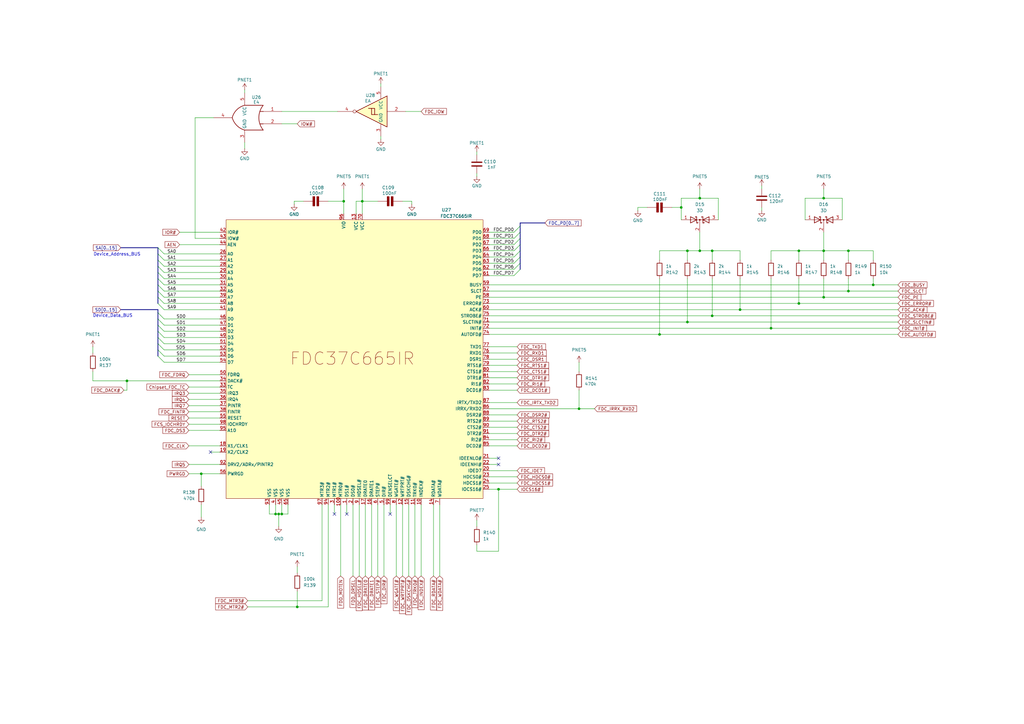
<source format=kicad_sch>
(kicad_sch (version 20250114) (generator "eeschema") (generator_version "9.0")
  (paper "A3")
  (title_block (title "PC110") (company "Recreated by: Ahmad Byagowi"))
  (lib_symbols
    (symbol "74xGxx:74AHC1G14"
      (property "Reference" "U" (at 0 3.81 0))
      (property "Value" "74AHC1G14" (at 0 -3.81 0))
      (symbol "74AHC1G14_0_1"
        (polyline (pts (xy -7.62 6.35) (xy -7.62 -6.35) (xy 5.08 0) (xy -7.62 6.35)) (stroke (width 0.254)) (fill (type background)))
      )
      (symbol "74AHC1G14_1_1"
        (polyline (pts (xy -3.81 -1.27) (xy -1.27 -1.27) (xy -1.27 1.27)) (stroke (width 0.254)))
        (polyline (pts (xy -2.54 -1.27) (xy -2.54 1.27) (xy 0 1.27)) (stroke (width 0.254)))
        (pin input line (at -15.24 0 0) (length 7.62) (name "~") (number "2"))
        (pin no_connect line (at -7.62 5.08 180) (length 5.08) (hide yes) (name "NC") (number "1"))
        (pin power_in line (at -5.08 10.16 270) (length 5.08) (name "VCC") (number "5"))
        (pin power_in line (at -5.08 -10.16 90) (length 5.08) (name "GND") (number "3"))
        (pin output inverted (at 12.7 0 180) (length 7.62) (name "~") (number "4"))
      )
    )
    (symbol "74xGxx:74AHC1G32"
      (property "Reference" "U" (at -2.54 3.81 0))
      (property "Value" "74AHC1G32" (at 0 -3.81 0))
      (symbol "74AHC1G32_0_1"
        (arc (start -7.62 5.08) (mid -5.838 0) (end -7.62 -5.08) (stroke (width 0.254)))
        (polyline (pts (xy -7.62 2.54) (xy -6.35 2.54)) (stroke (width 0.254)) (fill (type background)))
        (polyline (pts (xy -7.62 -2.54) (xy -6.35 -2.54)) (stroke (width 0.254)) (fill (type background)))
        (arc (start 5.08 0) (mid 3.202 -3.202) (end 0 -5.08) (stroke (width 0.254)))
        (arc (start 0 5.08) (mid 3.2271 3.2271) (end 5.08 0) (stroke (width 0.254)))
        (polyline (pts (xy 0 5.08) (xy -7.62 5.08)) (stroke (width 0.254)) (fill (type background)))
        (polyline (pts (xy 0 -5.08) (xy -7.62 -5.08)) (stroke (width 0.254)) (fill (type background)))
      )
      (symbol "74AHC1G32_1_1"
        (pin input line (at -15.24 2.54 0) (length 7.62) (name "~") (number "1"))
        (pin input line (at -15.24 -2.54 0) (length 7.62) (name "~") (number "2"))
        (pin power_in line (at 0 10.16 270) (length 5.08) (name "VCC") (number "5"))
        (pin power_in line (at 0 -10.16 90) (length 5.08) (name "GND") (number "3"))
        (pin output line (at 12.7 0 180) (length 7.62) (name "~") (number "4"))
      )
    )
    (symbol "Device:C" (pin_numbers (hide yes)) (pin_names (offset 0.254))
      (property "Reference" "C" (at 0.635 2.54 0))
      (property "Value" "C" (at 0.635 -2.54 0))
      (symbol "C_0_1"
        (polyline (pts (xy -2.032 0.762) (xy 2.032 0.762)) (stroke (width 0.508)))
        (polyline (pts (xy -2.032 -0.762) (xy 2.032 -0.762)) (stroke (width 0.508)))
      )
      (symbol "C_1_1"
        (pin passive line (at 0 3.81 270) (length 2.794) (name "~") (number "1"))
        (pin passive line (at 0 -3.81 90) (length 2.794) (name "~") (number "2"))
      )
    )
    (symbol "Device:D_Schottky_Dual_CommonCathode_AKA" (pin_names (offset 0.762) (hide yes))
      (property "Reference" "D" (at 1.27 -2.54 0))
      (property "Value" "D_Schottky_Dual_CommonCathode_AKA" (at 0 2.54 0))
      (symbol "D_Schottky_Dual_CommonCathode_AKA_0_1"
        (polyline (pts (xy -3.81 1.27) (xy -1.27 0) (xy -3.81 -1.27) (xy -3.81 1.27) (xy -3.81 1.27) (xy -3.81 1.27)) (stroke (width 0.254)))
        (polyline (pts (xy -1.778 1.016) (xy -1.778 1.27) (xy -1.27 1.27) (xy -1.27 1.27) (xy -1.27 1.27)) (stroke (width 0.254)))
        (polyline (pts (xy -1.27 -1.27) (xy -1.27 1.27) (xy -1.27 1.27)) (stroke (width 0.254)))
        (polyline (pts (xy -1.27 -1.27) (xy -0.762 -1.27) (xy -0.762 -1.016) (xy -0.762 -1.016)) (stroke (width 0.254)))
        (polyline (pts (xy 0 0) (xy 0 -2.54)))
        (circle (center 0 0) (radius 0.254) (fill (type outline)))
        (polyline (pts (xy 1.27 1.27) (xy 0.762 1.27) (xy 0.762 1.016) (xy 0.762 1.016)) (stroke (width 0.254)))
        (polyline (pts (xy 1.27 -1.27) (xy 1.27 1.27) (xy 1.27 1.27)) (stroke (width 0.254)))
        (polyline (pts (xy 1.27 -1.27) (xy 1.778 -1.27) (xy 1.778 -1.016) (xy 1.778 -1.016)) (stroke (width 0.254)))
        (polyline (pts (xy 3.81 0) (xy -3.81 0)))
        (polyline (pts (xy 3.81 -1.27) (xy 1.27 0) (xy 3.81 1.27) (xy 3.81 -1.27) (xy 3.81 -1.27) (xy 3.81 -1.27)) (stroke (width 0.254)))
        (pin passive line (at -7.62 0 0) (length 3.81) (name "A") (number "1"))
        (pin passive line (at 0 -5.08 90) (length 2.54) (name "K") (number "2"))
        (pin passive line (at 7.62 0 180) (length 3.81) (name "A") (number "3"))
      )
    )
    (symbol "Device:R" (pin_numbers (hide yes)) (pin_names (offset 0))
      (property "Reference" "R" (at 2.032 0 90))
      (property "Value" "R" (at 0 0 90))
      (symbol "R_0_1"
        (rectangle (start -1.016 -2.54) (end 1.016 2.54) (stroke (width 0.254)))
      )
      (symbol "R_1_1"
        (pin passive line (at 0 3.81 270) (length 1.27) (name "~") (number "1"))
        (pin passive line (at 0 -3.81 90) (length 1.27) (name "~") (number "2"))
      )
    )
    (symbol "PC110:FDC37C665IR"
      (property "Reference" "U" (at 10.414 -54.864 0))
      (symbol "FDC37C665IR_1_1"
        (rectangle (start -52.07 57.15) (end 53.34 -57.15) (fill (type color) (color 255 255 194 1)))
        (text "FDC37C665IR" (at -0.254 0.254 0) (effects (font (size 5.08 5.08))))
        (pin input line (at -54.61 52.07 0) (length 2.54) (name "IOR#") (number "42"))
        (pin input line (at -54.61 49.53 0) (length 2.54) (name "IOW#") (number "43"))
        (pin input line (at -54.61 46.99 0) (length 2.54) (name "AEN") (number "44"))
        (pin input line (at -54.61 43.18 0) (length 2.54) (name "A0") (number "26"))
        (pin input line (at -54.61 40.64 0) (length 2.54) (name "A1") (number "27"))
        (pin input line (at -54.61 38.1 0) (length 2.54) (name "A2") (number "28"))
        (pin input line (at -54.61 35.56 0) (length 2.54) (name "A3") (number "29"))
        (pin input line (at -54.61 33.02 0) (length 2.54) (name "A4") (number "30"))
        (pin input line (at -54.61 30.48 0) (length 2.54) (name "A5") (number "31"))
        (pin input line (at -54.61 27.94 0) (length 2.54) (name "A6") (number "32"))
        (pin input line (at -54.61 25.4 0) (length 2.54) (name "A7") (number "39"))
        (pin input line (at -54.61 22.86 0) (length 2.54) (name "A8") (number "40"))
        (pin input line (at -54.61 20.32 0) (length 2.54) (name "A9") (number "41"))
        (pin bidirectional line (at -54.61 16.51 0) (length 2.54) (name "D0") (number "46"))
        (pin bidirectional line (at -54.61 13.97 0) (length 2.54) (name "D1") (number "47"))
        (pin bidirectional line (at -54.61 11.43 0) (length 2.54) (name "D2") (number "48"))
        (pin bidirectional line (at -54.61 8.89 0) (length 2.54) (name "D3") (number "49"))
        (pin bidirectional line (at -54.61 6.35 0) (length 2.54) (name "D4") (number "51"))
        (pin bidirectional line (at -54.61 3.81 0) (length 2.54) (name "D5") (number "52"))
        (pin bidirectional line (at -54.61 1.27 0) (length 2.54) (name "D6") (number "53"))
        (pin bidirectional line (at -54.61 -1.27 0) (length 2.54) (name "D7") (number "54"))
        (pin output line (at -54.61 -6.35 0) (length 2.54) (name "FDRQ") (number "50"))
        (pin input line (at -54.61 -8.89 0) (length 2.54) (name "DACK#") (number "34"))
        (pin input line (at -54.61 -11.43 0) (length 2.54) (name "TC") (number "33"))
        (pin input line (at -54.61 -13.97 0) (length 2.54) (name "IRQ3") (number "35"))
        (pin input line (at -54.61 -16.51 0) (length 2.54) (name "IRQ4") (number "36"))
        (pin input line (at -54.61 -19.05 0) (length 2.54) (name "PINTR") (number "37"))
        (pin output line (at -54.61 -21.59 0) (length 2.54) (name "FINTR") (number "38"))
        (pin input line (at -54.61 -24.13 0) (length 2.54) (name "RESET") (number "55"))
        (pin input line (at -54.61 -26.67 0) (length 2.54) (name "IOCHRDY") (number "98"))
        (pin input line (at -54.61 -29.21 0) (length 2.54) (name "A10") (number "95"))
        (pin input line (at -54.61 -35.56 0) (length 2.54) (name "X1/CLK1") (number "18"))
        (pin output line (at -54.61 -38.1 0) (length 2.54) (name "X2/CLK2") (number "19"))
        (pin bidirectional line (at -54.61 -43.18 0) (length 2.54) (name "DRV2/ADRx/PINTR2") (number "92"))
        (pin input line (at -54.61 -46.99 0) (length 2.54) (name "PWRGD") (number "56"))
        (pin power_in line (at -34.29 -59.69 90) (length 2.54) (name "VSS") (number "93"))
        (pin power_in line (at -31.75 -59.69 90) (length 2.54) (name "VSS") (number "4"))
        (pin power_in line (at -29.21 -59.69 90) (length 2.54) (name "VSS") (number "45"))
        (pin power_in line (at -26.67 -59.69 90) (length 2.54) (name "VSS") (number "65"))
        (pin output line (at -12.7 -59.69 90) (length 2.54) (name "MTR3#") (number "97"))
        (pin output line (at -10.16 -59.69 90) (length 2.54) (name "MTR2#") (number "94"))
        (pin output line (at -7.62 -59.69 90) (length 2.54) (name "MTR1#") (number "3"))
        (pin output line (at -5.08 -59.69 90) (length 2.54) (name "MTR0#") (number "100"))
        (pin power_in line (at -3.81 59.69 270) (length 2.54) (name "VIO") (number "96"))
        (pin output line (at -2.54 -59.69 90) (length 2.54) (name "DS1#") (number "1"))
        (pin output line (at 0 -59.69 90) (length 2.54) (name "DS0#") (number "2"))
        (pin power_in line (at 1.27 59.69 270) (length 2.54) (name "VCC") (number "13"))
        (pin output line (at 2.54 -59.69 90) (length 2.54) (name "HDSEL#") (number "9"))
        (pin power_in line (at 3.81 59.69 270) (length 2.54) (name "VCC") (number "70"))
        (pin output line (at 5.08 -59.69 90) (length 2.54) (name "DRATE0") (number "17"))
        (pin output line (at 7.62 -59.69 90) (length 2.54) (name "DRATE1") (number "16"))
        (pin output line (at 10.16 -59.69 90) (length 2.54) (name "STEP#") (number "6"))
        (pin output line (at 12.7 -59.69 90) (length 2.54) (name "DIR#") (number "5"))
        (pin output line (at 15.24 -59.69 90) (length 2.54) (name "DENSELCT") (number "99"))
        (pin output line (at 17.78 -59.69 90) (length 2.54) (name "WGATE#") (number "8"))
        (pin input line (at 20.32 -59.69 90) (length 2.54) (name "WRTPRT#") (number "12"))
        (pin input line (at 22.86 -59.69 90) (length 2.54) (name "DSKCHG#") (number "15"))
        (pin input line (at 25.4 -59.69 90) (length 2.54) (name "TRK0#") (number "11"))
        (pin input line (at 27.94 -59.69 90) (length 2.54) (name "INDEX#") (number "10"))
        (pin input line (at 33.02 -59.69 90) (length 2.54) (name "RDATA#") (number "14"))
        (pin output line (at 35.56 -59.69 90) (length 2.54) (name "WDATA#") (number "7"))
        (pin bidirectional line (at 55.88 52.07 180) (length 2.54) (name "PD0") (number "69"))
        (pin bidirectional line (at 55.88 49.53 180) (length 2.54) (name "PD1") (number "68"))
        (pin bidirectional line (at 55.88 46.99 180) (length 2.54) (name "PD2") (number "67"))
        (pin bidirectional line (at 55.88 44.45 180) (length 2.54) (name "PD3") (number "66"))
        (pin bidirectional line (at 55.88 41.91 180) (length 2.54) (name "PD4") (number "64"))
        (pin bidirectional line (at 55.88 39.37 180) (length 2.54) (name "PD5") (number "63"))
        (pin bidirectional line (at 55.88 36.83 180) (length 2.54) (name "PD6") (number "62"))
        (pin bidirectional line (at 55.88 34.29 180) (length 2.54) (name "PD7") (number "61"))
        (pin input line (at 55.88 30.48 180) (length 2.54) (name "BUSY") (number "59"))
        (pin input line (at 55.88 27.94 180) (length 2.54) (name "SLCT") (number "57"))
        (pin input line (at 55.88 25.4 180) (length 2.54) (name "PE") (number "58"))
        (pin input line (at 55.88 22.86 180) (length 2.54) (name "ERROR#") (number "73"))
        (pin input line (at 55.88 20.32 180) (length 2.54) (name "ACK#") (number "60"))
        (pin output line (at 55.88 17.78 180) (length 2.54) (name "STROBE#") (number "75"))
        (pin output line (at 55.88 15.24 180) (length 2.54) (name "SLCTIN#") (number "71"))
        (pin output line (at 55.88 12.7 180) (length 2.54) (name "INIT#") (number "72"))
        (pin output line (at 55.88 10.16 180) (length 2.54) (name "AUTOFD#") (number "74"))
        (pin output line (at 55.88 5.08 180) (length 2.54) (name "TXD1") (number "77"))
        (pin input line (at 55.88 2.54 180) (length 2.54) (name "RXD1") (number "76"))
        (pin input line (at 55.88 0 180) (length 2.54) (name "DSR1") (number "78"))
        (pin output line (at 55.88 -2.54 180) (length 2.54) (name "RTS1#") (number "79"))
        (pin input line (at 55.88 -5.08 180) (length 2.54) (name "CTS1#") (number "80"))
        (pin output line (at 55.88 -7.62 180) (length 2.54) (name "DTR1#") (number "81"))
        (pin input line (at 55.88 -10.16 180) (length 2.54) (name "RI1#") (number "82"))
        (pin input line (at 55.88 -12.7 180) (length 2.54) (name "DCD1#") (number "83"))
        (pin output line (at 55.88 -17.78 180) (length 2.54) (name "IRTX/TXD2") (number "87"))
        (pin input line (at 55.88 -20.32 180) (length 2.54) (name "IRRX/RXD2") (number "86"))
        (pin input line (at 55.88 -22.86 180) (length 2.54) (name "DSR2#") (number "88"))
        (pin output line (at 55.88 -25.4 180) (length 2.54) (name "RTS2#") (number "89"))
        (pin input line (at 55.88 -27.94 180) (length 2.54) (name "CTS2#") (number "90"))
        (pin output line (at 55.88 -30.48 180) (length 2.54) (name "DTR2#") (number "91"))
        (pin input line (at 55.88 -33.02 180) (length 2.54) (name "RI2#") (number "84"))
        (pin input line (at 55.88 -35.56 180) (length 2.54) (name "DCD2#") (number "85"))
        (pin output line (at 55.88 -40.64 180) (length 2.54) (name "IDEENLO#") (number "21"))
        (pin output line (at 55.88 -43.18 180) (length 2.54) (name "IDEENHI#") (number "22"))
        (pin bidirectional line (at 55.88 -45.72 180) (length 2.54) (name "IDED7") (number "20"))
        (pin output line (at 55.88 -48.26 180) (length 2.54) (name "HDCS0#") (number "23"))
        (pin output line (at 55.88 -50.8 180) (length 2.54) (name "HDCS1#") (number "24"))
        (pin input line (at 55.88 -53.34 180) (length 2.54) (name "IOCS16#") (number "25"))
      )
    )
    (symbol "PCM_Elektuur:C" (pin_numbers (hide yes)) (pin_names (offset 0) (hide yes))
      (property "Reference" "C" (at 0.635 3.175 0))
      (property "Value" "C" (at 0.635 -3.175 0))
      (symbol "C_1_1"
        (rectangle (start -1.905 1.1938) (end 1.905 0.4318) (stroke (width 0.254)) (fill (type outline)))
        (rectangle (start -1.905 -0.4318) (end 1.905 -1.1938) (stroke (width 0.254)) (fill (type outline)))
        (pin passive line (at 0 5.08 270) (length 3.8862) (name "+") (number "1"))
        (pin passive line (at 0 -5.08 90) (length 3.8862) (name "-") (number "2"))
      )
      (symbol "C_1_2"
        (polyline (pts (xy -1.905 0.4318) (xy 1.905 0.4318) (xy 1.905 1.4986) (xy -1.905 1.4986) (xy -1.905 0.4318) (xy -1.8034 0.5334) (xy -1.8034 1.397) (xy 1.8034 1.397) (xy 1.8034 0.5334) (xy -1.8034 0.5334) (xy -1.905 0.4318)) (stroke (width 0.254)) (fill (type outline)))
        (polyline (pts (xy -1.905 -1.4986) (xy 1.905 -1.4986) (xy 1.905 -0.4318) (xy -1.905 -0.4318) (xy -1.905 -1.4986) (xy -1.8034 -1.397) (xy -1.8034 -0.5334) (xy 1.8034 -0.5334) (xy 1.8034 -1.397) (xy -1.8034 -1.397) (xy -1.905 -1.4986)) (stroke (width 0.254)) (fill (type outline)))
        (pin passive line (at 0 5.08 270) (length 3.5814) (name "+") (number "1"))
        (pin passive line (at 0 -5.08 90) (length 3.5814) (name "-") (number "2"))
      )
    )
    (symbol "power:GND" (power) (pin_numbers (hide yes)) (pin_names (offset 0) (hide yes))
      (property "Value" "GND" (at 0 -3.81 0))
      (symbol "GND_0_1"
        (polyline (pts (xy 0 0) (xy 0 -1.27) (xy 1.27 -1.27) (xy 0 -2.54) (xy -1.27 -1.27) (xy 0 -1.27)))
      )
      (symbol "GND_1_1"
        (pin power_in line (at 0 0 270) (length 0) (name "~") (number "1"))
      )
    )
    (symbol "power:VCC" (power) (pin_numbers (hide yes)) (pin_names (offset 0) (hide yes))
      (property "Value" "VCC" (at 0 3.556 0))
      (symbol "VCC_0_1"
        (polyline (pts (xy -0.762 1.27) (xy 0 2.54)))
        (polyline (pts (xy 0 2.54) (xy 0.762 1.27)))
        (polyline (pts (xy 0 0) (xy 0 2.54)))
      )
      (symbol "VCC_1_1"
        (pin power_in line (at 0 0 90) (length 0) (name "~") (number "1"))
      )
    )
  )
  (text "Device_Address_BUS" (at 48.006 104.394 0) (effects (font (size 1.27 1.27))))
  (text "Device_Data_BUS" (at 46.228 129.54 0) (effects (font (size 1.27 1.27))))
  (junction (at 115.57 210.82))
  (junction (at 327.66 102.87))
  (junction (at 347.98 102.87))
  (junction (at 281.94 132.08))
  (junction (at 316.23 134.62))
  (junction (at 287.02 81.28))
  (junction (at 82.55 194.31))
  (junction (at 204.47 200.66))
  (junction (at 292.1 129.54))
  (junction (at 292.1 102.87))
  (junction (at 337.82 121.92))
  (junction (at 327.66 124.46))
  (junction (at 114.3 210.82))
  (junction (at 237.49 167.64))
  (junction (at 148.59 82.55))
  (junction (at 337.82 102.87))
  (junction (at 52.07 156.21))
  (junction (at 287.02 102.87))
  (junction (at 121.92 248.92))
  (junction (at 113.03 210.82))
  (junction (at 303.53 127))
  (junction (at 140.97 82.55))
  (junction (at 281.94 102.87))
  (junction (at 279.4 85.09))
  (junction (at 337.82 81.28))
  (junction (at 347.98 119.38))
  (junction (at 358.14 116.84))
  (junction (at 270.51 137.16))
  (no_connect (at 86.36 185.42))
  (no_connect (at 204.47 190.5))
  (no_connect (at 142.24 210.82))
  (no_connect (at 137.16 210.82))
  (no_connect (at 204.47 187.96))
  (no_connect (at 160.02 210.82))
  (bus_entry (at 64.77 135.89) (size 2.54 2.54))
  (bus_entry (at 64.77 101.6) (size 2.54 2.54))
  (bus_entry (at 210.82 100.33) (size 2.54 -2.54))
  (bus_entry (at 64.77 124.46) (size 2.54 2.54))
  (bus_entry (at 64.77 106.68) (size 2.54 2.54))
  (bus_entry (at 64.77 140.97) (size 2.54 2.54))
  (bus_entry (at 64.77 116.84) (size 2.54 2.54))
  (bus_entry (at 210.82 95.25) (size 2.54 -2.54))
  (bus_entry (at 64.77 121.92) (size 2.54 2.54))
  (bus_entry (at 210.82 110.49) (size 2.54 -2.54))
  (bus_entry (at 210.82 105.41) (size 2.54 -2.54))
  (bus_entry (at 64.77 138.43) (size 2.54 2.54))
  (bus_entry (at 64.77 143.51) (size 2.54 2.54))
  (bus_entry (at 64.77 114.3) (size 2.54 2.54))
  (bus_entry (at 210.82 97.79) (size 2.54 -2.54))
  (bus_entry (at 64.77 133.35) (size 2.54 2.54))
  (bus_entry (at 64.77 104.14) (size 2.54 2.54))
  (bus_entry (at 64.77 146.05) (size 2.54 2.54))
  (bus_entry (at 64.77 119.38) (size 2.54 2.54))
  (bus_entry (at 64.77 109.22) (size 2.54 2.54))
  (bus_entry (at 210.82 113.03) (size 2.54 -2.54))
  (bus_entry (at 64.77 130.81) (size 2.54 2.54))
  (bus_entry (at 210.82 107.95) (size 2.54 -2.54))
  (bus_entry (at 210.82 102.87) (size 2.54 -2.54))
  (bus_entry (at 64.77 111.76) (size 2.54 2.54))
  (bus_entry (at 64.77 128.27) (size 2.54 2.54))
  (wire (pts (xy 237.49 160.02) (xy 237.49 167.64)))
  (wire (pts (xy 200.66 177.8) (xy 212.09 177.8)))
  (bus (pts (xy 64.77 135.89) (xy 64.77 138.43)))
  (wire (pts (xy 200.66 116.84) (xy 358.14 116.84)))
  (wire (pts (xy 100.33 60.96) (xy 100.33 58.42)))
  (wire (pts (xy 200.66 180.34) (xy 212.09 180.34)))
  (wire (pts (xy 358.14 102.87) (xy 358.14 106.68)))
  (wire (pts (xy 200.66 193.04) (xy 212.09 193.04)))
  (bus (pts (xy 64.77 128.27) (xy 64.77 130.81)))
  (wire (pts (xy 200.66 198.12) (xy 212.09 198.12)))
  (bus (pts (xy 64.77 114.3) (xy 64.77 111.76)))
  (bus (pts (xy 64.77 124.46) (xy 64.77 121.92)))
  (wire (pts (xy 168.91 83.82) (xy 168.91 82.55)))
  (wire (pts (xy 200.66 154.94) (xy 212.09 154.94)))
  (wire (pts (xy 77.47 161.29) (xy 90.17 161.29)))
  (wire (pts (xy 200.66 190.5) (xy 204.47 190.5)))
  (wire (pts (xy 121.92 242.57) (xy 121.92 248.92)))
  (wire (pts (xy 67.31 106.68) (xy 90.17 106.68)))
  (wire (pts (xy 67.31 109.22) (xy 90.17 109.22)))
  (wire (pts (xy 294.64 81.28) (xy 287.02 81.28)))
  (wire (pts (xy 67.31 138.43) (xy 90.17 138.43)))
  (wire (pts (xy 330.2 81.28) (xy 330.2 90.17)))
  (wire (pts (xy 77.47 190.5) (xy 90.17 190.5)))
  (bus (pts (xy 64.77 111.76) (xy 64.77 109.22)))
  (wire (pts (xy 147.32 207.01) (xy 147.32 236.22)))
  (wire (pts (xy 67.31 114.3) (xy 90.17 114.3)))
  (bus (pts (xy 64.77 121.92) (xy 64.77 119.38)))
  (bus (pts (xy 64.77 138.43) (xy 64.77 140.97)))
  (wire (pts (xy 110.49 210.82) (xy 110.49 207.01)))
  (wire (pts (xy 287.02 95.25) (xy 287.02 102.87)))
  (wire (pts (xy 67.31 130.81) (xy 90.17 130.81)))
  (wire (pts (xy 337.82 121.92) (xy 368.3 121.92)))
  (wire (pts (xy 200.66 175.26) (xy 212.09 175.26)))
  (wire (pts (xy 114.3 210.82) (xy 114.3 215.9)))
  (wire (pts (xy 77.47 173.99) (xy 90.17 173.99)))
  (wire (pts (xy 77.47 171.45) (xy 90.17 171.45)))
  (bus (pts (xy 64.77 140.97) (xy 64.77 143.51)))
  (wire (pts (xy 200.66 142.24) (xy 212.09 142.24)))
  (wire (pts (xy 337.82 81.28) (xy 330.2 81.28)))
  (wire (pts (xy 303.53 114.3) (xy 303.53 127)))
  (wire (pts (xy 261.62 86.36) (xy 261.62 85.09)))
  (wire (pts (xy 118.11 210.82) (xy 115.57 210.82)))
  (wire (pts (xy 132.08 207.01) (xy 132.08 246.38)))
  (wire (pts (xy 200.66 100.33) (xy 210.82 100.33)))
  (wire (pts (xy 67.31 124.46) (xy 90.17 124.46)))
  (wire (pts (xy 279.4 85.09) (xy 279.4 90.17)))
  (wire (pts (xy 167.64 207.01) (xy 167.64 236.22)))
  (wire (pts (xy 237.49 167.64) (xy 243.84 167.64)))
  (wire (pts (xy 316.23 102.87) (xy 327.66 102.87)))
  (wire (pts (xy 200.66 147.32) (xy 212.09 147.32)))
  (wire (pts (xy 292.1 114.3) (xy 292.1 129.54)))
  (wire (pts (xy 120.65 83.82) (xy 120.65 82.55)))
  (wire (pts (xy 337.82 77.47) (xy 337.82 81.28)))
  (wire (pts (xy 148.59 77.47) (xy 148.59 82.55)))
  (wire (pts (xy 67.31 116.84) (xy 90.17 116.84)))
  (wire (pts (xy 115.57 50.8) (xy 121.92 50.8)))
  (wire (pts (xy 347.98 114.3) (xy 347.98 119.38)))
  (wire (pts (xy 345.44 90.17) (xy 345.44 81.28)))
  (bus (pts (xy 213.36 102.87) (xy 213.36 100.33)))
  (wire (pts (xy 77.47 194.31) (xy 82.55 194.31)))
  (wire (pts (xy 261.62 85.09) (xy 265.43 85.09)))
  (wire (pts (xy 67.31 143.51) (xy 90.17 143.51)))
  (wire (pts (xy 337.82 102.87) (xy 347.98 102.87)))
  (wire (pts (xy 200.66 167.64) (xy 237.49 167.64)))
  (wire (pts (xy 140.97 77.47) (xy 140.97 82.55)))
  (bus (pts (xy 213.36 92.71) (xy 213.36 91.44)))
  (wire (pts (xy 281.94 114.3) (xy 281.94 132.08)))
  (wire (pts (xy 142.24 207.01) (xy 142.24 210.82)))
  (wire (pts (xy 67.31 104.14) (xy 90.17 104.14)))
  (wire (pts (xy 200.66 172.72) (xy 212.09 172.72)))
  (wire (pts (xy 166.37 45.72) (xy 172.72 45.72)))
  (wire (pts (xy 347.98 119.38) (xy 368.3 119.38)))
  (wire (pts (xy 200.66 97.79) (xy 210.82 97.79)))
  (bus (pts (xy 64.77 109.22) (xy 64.77 106.68)))
  (wire (pts (xy 200.66 134.62) (xy 316.23 134.62)))
  (wire (pts (xy 200.66 124.46) (xy 327.66 124.46)))
  (wire (pts (xy 358.14 114.3) (xy 358.14 116.84)))
  (wire (pts (xy 287.02 81.28) (xy 279.4 81.28)))
  (wire (pts (xy 101.6 246.38) (xy 132.08 246.38)))
  (bus (pts (xy 213.36 91.44) (xy 223.52 91.44)))
  (wire (pts (xy 327.66 102.87) (xy 327.66 106.68)))
  (wire (pts (xy 38.1 142.24) (xy 38.1 144.78)))
  (wire (pts (xy 270.51 102.87) (xy 281.94 102.87)))
  (wire (pts (xy 200.66 129.54) (xy 292.1 129.54)))
  (bus (pts (xy 64.77 127) (xy 64.77 128.27)))
  (wire (pts (xy 134.62 207.01) (xy 134.62 248.92)))
  (wire (pts (xy 281.94 102.87) (xy 281.94 106.68)))
  (wire (pts (xy 67.31 121.92) (xy 90.17 121.92)))
  (wire (pts (xy 77.47 163.83) (xy 90.17 163.83)))
  (wire (pts (xy 200.66 170.18) (xy 212.09 170.18)))
  (wire (pts (xy 200.66 95.25) (xy 210.82 95.25)))
  (wire (pts (xy 156.21 57.15) (xy 156.21 55.88)))
  (wire (pts (xy 50.8 160.02) (xy 52.07 160.02)))
  (wire (pts (xy 38.1 156.21) (xy 52.07 156.21)))
  (wire (pts (xy 195.58 62.23) (xy 195.58 63.5)))
  (wire (pts (xy 67.31 135.89) (xy 90.17 135.89)))
  (wire (pts (xy 67.31 140.97) (xy 90.17 140.97)))
  (wire (pts (xy 67.31 146.05) (xy 90.17 146.05)))
  (bus (pts (xy 64.77 143.51) (xy 64.77 146.05)))
  (wire (pts (xy 149.86 207.01) (xy 149.86 236.22)))
  (bus (pts (xy 64.77 130.81) (xy 64.77 133.35)))
  (wire (pts (xy 316.23 106.68) (xy 316.23 102.87)))
  (wire (pts (xy 156.21 34.29) (xy 156.21 35.56)))
  (wire (pts (xy 200.66 110.49) (xy 210.82 110.49)))
  (bus (pts (xy 213.36 107.95) (xy 213.36 105.41)))
  (wire (pts (xy 270.51 106.68) (xy 270.51 102.87)))
  (wire (pts (xy 115.57 210.82) (xy 114.3 210.82)))
  (wire (pts (xy 200.66 127) (xy 303.53 127)))
  (wire (pts (xy 237.49 148.59) (xy 237.49 152.4)))
  (wire (pts (xy 82.55 194.31) (xy 82.55 199.39)))
  (bus (pts (xy 64.77 116.84) (xy 64.77 114.3)))
  (wire (pts (xy 345.44 81.28) (xy 337.82 81.28)))
  (wire (pts (xy 118.11 207.01) (xy 118.11 210.82)))
  (wire (pts (xy 200.66 152.4) (xy 212.09 152.4)))
  (wire (pts (xy 270.51 114.3) (xy 270.51 137.16)))
  (wire (pts (xy 195.58 72.39) (xy 195.58 71.12)))
  (wire (pts (xy 140.97 82.55) (xy 140.97 87.63)))
  (wire (pts (xy 67.31 127) (xy 90.17 127)))
  (wire (pts (xy 200.66 200.66) (xy 204.47 200.66)))
  (wire (pts (xy 200.66 132.08) (xy 281.94 132.08)))
  (wire (pts (xy 77.47 158.75) (xy 90.17 158.75)))
  (wire (pts (xy 200.66 102.87) (xy 210.82 102.87)))
  (wire (pts (xy 38.1 152.4) (xy 38.1 156.21)))
  (wire (pts (xy 160.02 207.01) (xy 160.02 210.82)))
  (wire (pts (xy 327.66 124.46) (xy 368.3 124.46)))
  (wire (pts (xy 200.66 137.16) (xy 270.51 137.16)))
  (wire (pts (xy 73.66 95.25) (xy 90.17 95.25)))
  (wire (pts (xy 204.47 200.66) (xy 212.09 200.66)))
  (wire (pts (xy 82.55 212.09) (xy 82.55 207.01)))
  (wire (pts (xy 148.59 82.55) (xy 154.94 82.55)))
  (wire (pts (xy 337.82 114.3) (xy 337.82 121.92)))
  (wire (pts (xy 200.66 121.92) (xy 337.82 121.92)))
  (wire (pts (xy 200.66 195.58) (xy 212.09 195.58)))
  (wire (pts (xy 80.01 48.26) (xy 87.63 48.26)))
  (wire (pts (xy 200.66 105.41) (xy 210.82 105.41)))
  (wire (pts (xy 77.47 153.67) (xy 90.17 153.67)))
  (wire (pts (xy 80.01 97.79) (xy 90.17 97.79)))
  (wire (pts (xy 281.94 132.08) (xy 368.3 132.08)))
  (bus (pts (xy 64.77 133.35) (xy 64.77 135.89)))
  (wire (pts (xy 120.65 82.55) (xy 124.46 82.55)))
  (wire (pts (xy 347.98 102.87) (xy 347.98 106.68)))
  (wire (pts (xy 77.47 166.37) (xy 90.17 166.37)))
  (wire (pts (xy 101.6 248.92) (xy 121.92 248.92)))
  (bus (pts (xy 213.36 110.49) (xy 213.36 107.95)))
  (wire (pts (xy 86.36 185.42) (xy 90.17 185.42)))
  (wire (pts (xy 316.23 114.3) (xy 316.23 134.62)))
  (bus (pts (xy 213.36 105.41) (xy 213.36 102.87)))
  (wire (pts (xy 316.23 134.62) (xy 368.3 134.62)))
  (wire (pts (xy 292.1 102.87) (xy 292.1 106.68)))
  (bus (pts (xy 213.36 95.25) (xy 213.36 92.71)))
  (wire (pts (xy 200.66 182.88) (xy 212.09 182.88)))
  (wire (pts (xy 200.66 107.95) (xy 210.82 107.95)))
  (bus (pts (xy 64.77 104.14) (xy 64.77 101.6)))
  (bus (pts (xy 213.36 97.79) (xy 213.36 95.25)))
  (wire (pts (xy 152.4 207.01) (xy 152.4 236.22)))
  (wire (pts (xy 327.66 102.87) (xy 337.82 102.87)))
  (wire (pts (xy 115.57 45.72) (xy 138.43 45.72)))
  (wire (pts (xy 162.56 207.01) (xy 162.56 236.22)))
  (wire (pts (xy 172.72 207.01) (xy 172.72 236.22)))
  (wire (pts (xy 347.98 102.87) (xy 358.14 102.87)))
  (wire (pts (xy 200.66 160.02) (xy 212.09 160.02)))
  (wire (pts (xy 281.94 102.87) (xy 287.02 102.87)))
  (wire (pts (xy 292.1 102.87) (xy 303.53 102.87)))
  (wire (pts (xy 73.66 100.33) (xy 90.17 100.33)))
  (wire (pts (xy 67.31 133.35) (xy 90.17 133.35)))
  (wire (pts (xy 80.01 48.26) (xy 80.01 97.79)))
  (bus (pts (xy 213.36 100.33) (xy 213.36 97.79)))
  (wire (pts (xy 170.18 207.01) (xy 170.18 236.22)))
  (wire (pts (xy 121.92 232.41) (xy 121.92 234.95)))
  (wire (pts (xy 137.16 207.01) (xy 137.16 210.82)))
  (wire (pts (xy 200.66 157.48) (xy 212.09 157.48)))
  (wire (pts (xy 287.02 102.87) (xy 292.1 102.87)))
  (wire (pts (xy 195.58 226.06) (xy 204.47 226.06)))
  (wire (pts (xy 67.31 148.59) (xy 90.17 148.59)))
  (wire (pts (xy 337.82 102.87) (xy 337.82 106.68)))
  (wire (pts (xy 114.3 210.82) (xy 113.03 210.82)))
  (wire (pts (xy 312.42 86.36) (xy 312.42 85.09)))
  (wire (pts (xy 52.07 156.21) (xy 90.17 156.21)))
  (wire (pts (xy 195.58 223.52) (xy 195.58 226.06)))
  (bus (pts (xy 49.53 101.6) (xy 64.77 101.6)))
  (wire (pts (xy 77.47 176.53) (xy 90.17 176.53)))
  (wire (pts (xy 270.51 137.16) (xy 368.3 137.16)))
  (wire (pts (xy 200.66 165.1) (xy 212.09 165.1)))
  (wire (pts (xy 157.48 207.01) (xy 157.48 236.22)))
  (wire (pts (xy 134.62 82.55) (xy 140.97 82.55)))
  (wire (pts (xy 294.64 90.17) (xy 294.64 81.28)))
  (wire (pts (xy 144.78 207.01) (xy 144.78 236.22)))
  (wire (pts (xy 146.05 82.55) (xy 148.59 82.55)))
  (wire (pts (xy 52.07 160.02) (xy 52.07 156.21)))
  (wire (pts (xy 146.05 87.63) (xy 146.05 82.55)))
  (wire (pts (xy 67.31 119.38) (xy 90.17 119.38)))
  (wire (pts (xy 200.66 187.96) (xy 204.47 187.96)))
  (wire (pts (xy 148.59 82.55) (xy 148.59 87.63)))
  (wire (pts (xy 275.59 85.09) (xy 279.4 85.09)))
  (wire (pts (xy 292.1 129.54) (xy 368.3 129.54)))
  (wire (pts (xy 312.42 76.2) (xy 312.42 77.47)))
  (wire (pts (xy 139.7 207.01) (xy 139.7 236.22)))
  (wire (pts (xy 165.1 82.55) (xy 168.91 82.55)))
  (wire (pts (xy 77.47 168.91) (xy 90.17 168.91)))
  (wire (pts (xy 165.1 207.01) (xy 165.1 236.22)))
  (wire (pts (xy 113.03 210.82) (xy 110.49 210.82)))
  (wire (pts (xy 200.66 144.78) (xy 212.09 144.78)))
  (bus (pts (xy 64.77 119.38) (xy 64.77 116.84)))
  (wire (pts (xy 200.66 113.03) (xy 210.82 113.03)))
  (wire (pts (xy 100.33 36.83) (xy 100.33 38.1)))
  (bus (pts (xy 64.77 106.68) (xy 64.77 104.14)))
  (wire (pts (xy 154.94 207.01) (xy 154.94 236.22)))
  (wire (pts (xy 279.4 81.28) (xy 279.4 85.09)))
  (wire (pts (xy 180.34 207.01) (xy 180.34 236.22)))
  (wire (pts (xy 204.47 226.06) (xy 204.47 200.66)))
  (wire (pts (xy 121.92 248.92) (xy 134.62 248.92)))
  (wire (pts (xy 337.82 95.25) (xy 337.82 102.87)))
  (wire (pts (xy 177.8 207.01) (xy 177.8 236.22)))
  (wire (pts (xy 200.66 119.38) (xy 347.98 119.38)))
  (wire (pts (xy 82.55 194.31) (xy 90.17 194.31)))
  (wire (pts (xy 195.58 213.36) (xy 195.58 215.9)))
  (wire (pts (xy 303.53 102.87) (xy 303.53 106.68)))
  (wire (pts (xy 115.57 207.01) (xy 115.57 210.82)))
  (wire (pts (xy 358.14 116.84) (xy 368.3 116.84)))
  (wire (pts (xy 200.66 149.86) (xy 212.09 149.86)))
  (bus (pts (xy 49.53 127) (xy 64.77 127)))
  (wire (pts (xy 287.02 77.47) (xy 287.02 81.28)))
  (wire (pts (xy 303.53 127) (xy 368.3 127)))
  (wire (pts (xy 113.03 207.01) (xy 113.03 210.82)))
  (wire (pts (xy 67.31 111.76) (xy 90.17 111.76)))
  (wire (pts (xy 77.47 182.88) (xy 90.17 182.88)))
  (wire (pts (xy 327.66 114.3) (xy 327.66 124.46)))
  (label "FDC_PD1" (at 210.82 97.79 180))
  (label "SA8" (at 68.58 124.46 0))
  (label "SD2" (at 76.2 135.89 180))
  (label "SD0" (at 76.2 130.81 180))
  (label "SA4" (at 68.58 114.3 0))
  (label "FDC_PD4" (at 210.82 105.41 180))
  (label "FDC_PD6" (at 210.82 110.49 180))
  (label "SD7" (at 76.2 148.59 180))
  (label "SD4" (at 76.2 140.97 180))
  (label "FDC_PD3" (at 210.82 102.87 180))
  (label "SD5" (at 76.0351 143.51 180))
  (label "SD1" (at 76.2 133.35 180))
  (label "SD3" (at 76.2 138.43 180))
  (label "SA3" (at 68.58 111.76 0))
  (label "FDC_PD7" (at 210.82 113.03 180))
  (label "SA9" (at 68.58 127 0))
  (label "SA2" (at 68.58 109.22 0))
  (label "FDC_PD5" (at 210.82 107.95 180))
  (label "SD6" (at 76.2 146.05 180))
  (label "SA0" (at 68.58 104.14 0))
  (label "FDC_PD2" (at 210.82 100.33 180))
  (label "SA1" (at 68.58 106.68 0))
  (label "SA7" (at 68.58 121.92 0))
  (label "SA5" (at 68.58 116.84 0))
  (label "FDC_PD0" (at 210.82 95.25 180))
  (label "SA6" (at 68.58 119.38 0))
  (global_label "FDC_WGATE#" (shape input) (at 162.56 236.22 270) (property "Intersheetrefs" "${INTERSHEET_REFS}" (effects (hide yes))))
  (global_label "FDC_DIR#" (shape input) (at 157.48 236.22 270) (property "Intersheetrefs" "${INTERSHEET_REFS}" (effects (hide yes))))
  (global_label "FDC_WDATA#" (shape input) (at 180.34 236.22 270) (property "Intersheetrefs" "${INTERSHEET_REFS}" (effects (hide yes))))
  (global_label "FDC_DS3" (shape input) (at 77.47 176.53 180) (property "Intersheetrefs" "${INTERSHEET_REFS}" (effects (hide yes))))
  (global_label "FDC_AUTOFD#" (shape input) (at 368.3 137.16 0) (property "Intersheetrefs" "${INTERSHEET_REFS}" (effects (hide yes))))
  (global_label "FDD_DRSEL" (shape input) (at 144.78 236.22 270) (property "Intersheetrefs" "${INTERSHEET_REFS}" (effects (hide yes))))
  (global_label "IOCS16#" (shape input) (at 212.09 200.66 0) (property "Intersheetrefs" "${INTERSHEET_REFS}" (effects (hide yes))))
  (global_label "FDC_STROBE#" (shape input) (at 368.3 129.54 0) (property "Intersheetrefs" "${INTERSHEET_REFS}" (effects (hide yes))))
  (global_label "FDC_WRTPRT#" (shape input) (at 165.1 236.22 270) (property "Intersheetrefs" "${INTERSHEET_REFS}" (effects (hide yes))))
  (global_label "FDC_RTS1#" (shape input) (at 212.09 149.86 0) (property "Intersheetrefs" "${INTERSHEET_REFS}" (effects (hide yes))))
  (global_label "FDC_TXD1" (shape input) (at 212.09 142.24 0) (property "Intersheetrefs" "${INTERSHEET_REFS}" (effects (hide yes))))
  (global_label "FDC_SLCT" (shape input) (at 368.3 119.38 0) (property "Intersheetrefs" "${INTERSHEET_REFS}" (effects (hide yes))))
  (global_label "SA[0..15]" (shape input) (at 49.53 101.6 180) (property "Intersheetrefs" "${INTERSHEET_REFS}" (effects (hide yes))))
  (global_label "FDC_IOW" (shape input) (at 172.72 45.72 0) (property "Intersheetrefs" "${INTERSHEET_REFS}" (effects (hide yes))))
  (global_label "IRQ4" (shape input) (at 77.47 163.83 180) (property "Intersheetrefs" "${INTERSHEET_REFS}" (effects (hide yes))))
  (global_label "RESET" (shape input) (at 77.47 171.45 180) (property "Intersheetrefs" "${INTERSHEET_REFS}" (effects (hide yes))))
  (global_label "IRQ7" (shape input) (at 77.47 166.37 180) (property "Intersheetrefs" "${INTERSHEET_REFS}" (effects (hide yes))))
  (global_label "FDD_MOTEN" (shape input) (at 139.7 236.22 270) (property "Intersheetrefs" "${INTERSHEET_REFS}" (effects (hide yes))))
  (global_label "FDC_DCD1#" (shape input) (at 212.09 160.02 0) (property "Intersheetrefs" "${INTERSHEET_REFS}" (effects (hide yes))))
  (global_label "FDC_MTR2#" (shape input) (at 101.6 248.92 180) (property "Intersheetrefs" "${INTERSHEET_REFS}" (effects (hide yes))))
  (global_label "IOR#" (shape input) (at 73.66 95.25 180) (property "Intersheetrefs" "${INTERSHEET_REFS}" (effects (hide yes))))
  (global_label "FDC_IRRX_RXD2" (shape input) (at 243.84 167.64 0) (property "Intersheetrefs" "${INTERSHEET_REFS}" (effects (hide yes))))
  (global_label "FDC_CTS2#" (shape input) (at 212.09 175.26 0) (property "Intersheetrefs" "${INTERSHEET_REFS}" (effects (hide yes))))
  (global_label "FDC_FDRQ" (shape input) (at 77.47 153.67 180) (property "Intersheetrefs" "${INTERSHEET_REFS}" (effects (hide yes))))
  (global_label "FDC_CTS1#" (shape input) (at 212.09 152.4 0) (property "Intersheetrefs" "${INTERSHEET_REFS}" (effects (hide yes))))
  (global_label "FDC_STEP#" (shape input) (at 154.94 236.22 270) (property "Intersheetrefs" "${INTERSHEET_REFS}" (effects (hide yes))))
  (global_label "FDC_RTS2#" (shape input) (at 212.09 172.72 0) (property "Intersheetrefs" "${INTERSHEET_REFS}" (effects (hide yes))))
  (global_label "FDC_PE" (shape input) (at 368.3 121.92 0) (property "Intersheetrefs" "${INTERSHEET_REFS}" (effects (hide yes))))
  (global_label "FDC_FINTR" (shape input) (at 77.47 168.91 180) (property "Intersheetrefs" "${INTERSHEET_REFS}" (effects (hide yes))))
  (global_label "SD[0..15]" (shape input) (at 49.53 127 180) (property "Intersheetrefs" "${INTERSHEET_REFS}" (effects (hide yes))))
  (global_label "FDC_DSKCHG#" (shape input) (at 167.64 236.22 270) (property "Intersheetrefs" "${INTERSHEET_REFS}" (effects (hide yes))))
  (global_label "FDC_RI1#" (shape input) (at 212.09 157.48 0) (property "Intersheetrefs" "${INTERSHEET_REFS}" (effects (hide yes))))
  (global_label "Chipset_FDC_TC" (shape input) (at 77.47 158.75 180) (property "Intersheetrefs" "${INTERSHEET_REFS}" (effects (hide yes))))
  (global_label "FCS_IOCHRDY" (shape input) (at 77.47 173.99 180) (property "Intersheetrefs" "${INTERSHEET_REFS}" (effects (hide yes))))
  (global_label "FDC_ERROR#" (shape input) (at 368.3 124.46 0) (property "Intersheetrefs" "${INTERSHEET_REFS}" (effects (hide yes))))
  (global_label "FDC_DCD2#" (shape input) (at 212.09 182.88 0) (property "Intersheetrefs" "${INTERSHEET_REFS}" (effects (hide yes))))
  (global_label "PWRGD" (shape input) (at 77.47 194.31 180) (property "Intersheetrefs" "${INTERSHEET_REFS}" (effects (hide yes))))
  (global_label "FDC_PD[0..7]" (shape input) (at 223.52 91.44 0) (property "Intersheetrefs" "${INTERSHEET_REFS}" (effects (hide yes))))
  (global_label "FDC_CLK" (shape input) (at 77.47 182.88 180) (property "Intersheetrefs" "${INTERSHEET_REFS}" (effects (hide yes))))
  (global_label "FDC_ACK#" (shape input) (at 368.3 127 0) (property "Intersheetrefs" "${INTERSHEET_REFS}" (effects (hide yes))))
  (global_label "FDC_DTR1#" (shape input) (at 212.09 154.94 0) (property "Intersheetrefs" "${INTERSHEET_REFS}" (effects (hide yes))))
  (global_label "FDC_SLCTIN#" (shape input) (at 368.3 132.08 0) (property "Intersheetrefs" "${INTERSHEET_REFS}" (effects (hide yes))))
  (global_label "FDC_DRATE0" (shape input) (at 149.86 236.22 270) (property "Intersheetrefs" "${INTERSHEET_REFS}" (effects (hide yes))))
  (global_label "FDC_RXD1" (shape input) (at 212.09 144.78 0) (property "Intersheetrefs" "${INTERSHEET_REFS}" (effects (hide yes))))
  (global_label "FDC_BUSY" (shape input) (at 368.3 116.84 0) (property "Intersheetrefs" "${INTERSHEET_REFS}" (effects (hide yes))))
  (global_label "FDC_RI2#" (shape input) (at 212.09 180.34 0) (property "Intersheetrefs" "${INTERSHEET_REFS}" (effects (hide yes))))
  (global_label "FDC_DRATE1" (shape input) (at 152.4 236.22 270) (property "Intersheetrefs" "${INTERSHEET_REFS}" (effects (hide yes))))
  (global_label "FDC_HDCS0#" (shape input) (at 212.09 195.58 0) (property "Intersheetrefs" "${INTERSHEET_REFS}" (effects (hide yes))))
  (global_label "FDC_MTR3#" (shape input) (at 101.6 246.38 180) (property "Intersheetrefs" "${INTERSHEET_REFS}" (effects (hide yes))))
  (global_label "FDC_IDE7" (shape input) (at 212.09 193.04 0) (property "Intersheetrefs" "${INTERSHEET_REFS}" (effects (hide yes))))
  (global_label "AEN" (shape input) (at 73.66 100.33 180) (property "Intersheetrefs" "${INTERSHEET_REFS}" (effects (hide yes))))
  (global_label "FDC_HDCS1#" (shape input) (at 212.09 198.12 0) (property "Intersheetrefs" "${INTERSHEET_REFS}" (effects (hide yes))))
  (global_label "FDC_IRTX_TXD2" (shape input) (at 212.09 165.1 0) (property "Intersheetrefs" "${INTERSHEET_REFS}" (effects (hide yes))))
  (global_label "FDC_DSR2#" (shape input) (at 212.09 170.18 0) (property "Intersheetrefs" "${INTERSHEET_REFS}" (effects (hide yes))))
  (global_label "FDC_INDEX#" (shape input) (at 172.72 236.22 270) (property "Intersheetrefs" "${INTERSHEET_REFS}" (effects (hide yes))))
  (global_label "FDC_HDSEL#" (shape input) (at 147.32 236.22 270) (property "Intersheetrefs" "${INTERSHEET_REFS}" (effects (hide yes))))
  (global_label "IRQ5" (shape input) (at 77.47 190.5 180) (property "Intersheetrefs" "${INTERSHEET_REFS}" (effects (hide yes))))
  (global_label "IOW#" (shape input) (at 121.92 50.8 0) (property "Intersheetrefs" "${INTERSHEET_REFS}" (effects (hide yes))))
  (global_label "FDC_DTR2#" (shape input) (at 212.09 177.8 0) (property "Intersheetrefs" "${INTERSHEET_REFS}" (effects (hide yes))))
  (global_label "IRQ3" (shape input) (at 77.47 161.29 180) (property "Intersheetrefs" "${INTERSHEET_REFS}" (effects (hide yes))))
  (global_label "FDC_RDATA#" (shape input) (at 177.8 236.22 270) (property "Intersheetrefs" "${INTERSHEET_REFS}" (effects (hide yes))))
  (global_label "FDC_DACK#" (shape input) (at 50.8 160.02 180) (property "Intersheetrefs" "${INTERSHEET_REFS}" (effects (hide yes))))
  (global_label "FDC_TRK0#" (shape input) (at 170.18 236.22 270) (property "Intersheetrefs" "${INTERSHEET_REFS}" (effects (hide yes))))
  (global_label "FDC_INIT#" (shape input) (at 368.3 134.62 0) (property "Intersheetrefs" "${INTERSHEET_REFS}" (effects (hide yes))))
  (global_label "FDC_DSR1" (shape input) (at 212.09 147.32 0) (property "Intersheetrefs" "${INTERSHEET_REFS}" (effects (hide yes))))
  (symbol (lib_id "74xGxx:74AHC1G32") (at 100.33 48.26 0) (mirror y) (unit 1)
    (property "Reference" "U26" (at 105.156 39.878 0))
    (property "Value" "E4" (at 105.156 41.91 0))
    (property "Footprint" "PC110:SOT-353" (effects (hide yes)))
  )
  (symbol (lib_id "Device:R") (at 38.1 148.59 0) (mirror x) (unit 1)
    (property "Reference" "R137" (at 40.64 149.8601 0) (effects (justify left)))
    (property "Value" "100k" (at 40.64 147.3201 0) (effects (justify left)))
    (property "Footprint" "PCM_Resistor_SMD_AKL:R_0402_1005Metric" (effects (hide yes)))
  )
  (symbol (lib_id "Device:R") (at 121.92 238.76 0) (mirror x) (unit 1)
    (property "Reference" "R139" (at 124.46 240.0301 0) (effects (justify left)))
    (property "Value" "100k" (at 124.46 237.4901 0) (effects (justify left)))
    (property "Footprint" "Resistor_SMD:R_0402_1005Metric" (effects (hide yes)))
  )
  (symbol (lib_id "Device:R") (at 337.82 110.49 0) (mirror x) (unit 1)
    (property "Reference" "R148" (at 340.36 111.7601 0) (effects (justify left)))
    (property "Value" "1k" (at 340.36 109.2201 0) (effects (justify left)))
    (property "Footprint" "PCM_Resistor_SMD_AKL:R_0402_1005Metric" (effects (hide yes)))
  )
  (symbol (lib_id "Device:R") (at 358.14 110.49 0) (unit 1)
    (property "Reference" "R150" (at 360.68 109.2199 0) (effects (justify left)))
    (property "Value" "10k" (at 360.68 111.7599 0) (effects (justify left)))
    (property "Footprint" "PCM_Resistor_SMD_AKL:R_0402_1005Metric" (effects (hide yes)))
  )
  (symbol (lib_id "Device:D_Schottky_Dual_CommonCathode_AKA") (at 337.82 90.17 0) (unit 1)
    (property "Reference" "D16" (at 337.82 83.82 0))
    (property "Value" "3D" (at 337.82 86.36 0))
    (property "Footprint" "PC110:3D" (effects (hide yes)))
  )
  (symbol (lib_id "power:GND") (at 82.55 212.09 0) (unit 1)
    (property "Reference" "#PWR0240" (effects (hide yes)))
    (property "Value" "GND" (at 82.55 217.17 0))
    (property "Description" "Power symbol creates a global label with name \"GND\" , ground" (effects (hide yes)))
  )
  (symbol (lib_id "Device:R") (at 237.49 156.21 0) (mirror x) (unit 1)
    (property "Reference" "R141" (at 240.03 155.194 0) (effects (justify left)))
    (property "Value" "470k" (at 239.776 157.48 0) (effects (justify left)))
    (property "Footprint" "Resistor_SMD:R_0402_1005Metric" (effects (hide yes)))
  )
  (symbol (lib_id "Device:D_Schottky_Dual_CommonCathode_AKA") (at 287.02 90.17 0) (unit 1)
    (property "Reference" "D15" (at 287.02 83.82 0))
    (property "Value" "3D" (at 287.02 86.36 0))
    (property "Footprint" "PC110:3D" (effects (hide yes)))
  )
  (symbol (lib_id "power:VCC") (at 287.02 77.47 0) (unit 1)
    (property "Reference" "#PWR0256" (effects (hide yes)))
    (property "Value" "PNET5" (at 287.02 72.39 0))
    (property "Description" "Power symbol creates a global label with name \"VCC\"" (effects (hide yes)))
  )
  (symbol (lib_id "power:VCC") (at 195.58 62.23 0) (unit 1)
    (property "Reference" "#PWR0251" (effects (hide yes)))
    (property "Value" "PNET1" (at 195.58 58.674 0))
    (property "Description" "Power symbol creates a global label with name \"VCC\"" (effects (hide yes)))
  )
  (symbol (lib_id "Device:R") (at 327.66 110.49 0) (mirror x) (unit 1)
    (property "Reference" "R147" (at 330.2 111.7601 0) (effects (justify left)))
    (property "Value" "1k" (at 330.2 109.2201 0) (effects (justify left)))
    (property "Footprint" "PCM_Resistor_SMD_AKL:R_0402_1005Metric" (effects (hide yes)))
  )
  (symbol (lib_id "Device:R") (at 292.1 110.49 0) (mirror x) (unit 1)
    (property "Reference" "R144" (at 294.64 111.7601 0) (effects (justify left)))
    (property "Value" "2k" (at 294.64 109.2201 0) (effects (justify left)))
    (property "Footprint" "PCM_Resistor_SMD_AKL:R_0402_1005Metric" (effects (hide yes)))
  )
  (symbol (lib_id "power:VCC") (at 121.92 232.41 0) (unit 1)
    (property "Reference" "#PWR0245" (effects (hide yes)))
    (property "Value" "PNET1" (at 121.92 227.33 0))
    (property "Description" "Power symbol creates a global label with name \"VCC\"" (effects (hide yes)))
  )
  (symbol (lib_id "power:GND") (at 195.58 72.39 0) (unit 1)
    (property "Reference" "#PWR0252" (effects (hide yes)))
    (property "Value" "GND" (at 195.58 76.2 0))
    (property "Description" "Power symbol creates a global label with name \"GND\" , ground" (effects (hide yes)))
  )
  (symbol (lib_id "power:GND") (at 114.3 215.9 0) (unit 1)
    (property "Reference" "#PWR0243" (effects (hide yes)))
    (property "Value" "GND" (at 114.3 220.98 0))
    (property "Description" "Power symbol creates a global label with name \"GND\" , ground" (effects (hide yes)))
  )
  (symbol (lib_id "power:VCC") (at 156.21 34.29 0) (unit 1)
    (property "Reference" "#PWR0248" (effects (hide yes)))
    (property "Value" "PNET1" (at 156.21 30.226 0))
    (property "Description" "Power symbol creates a global label with name \"VCC\"" (effects (hide yes)))
  )
  (symbol (lib_id "Device:R") (at 303.53 110.49 0) (mirror x) (unit 1)
    (property "Reference" "R145" (at 306.07 111.7601 0) (effects (justify left)))
    (property "Value" "1k" (at 306.07 109.2201 0) (effects (justify left)))
    (property "Footprint" "PCM_Resistor_SMD_AKL:R_0402_1005Metric" (effects (hide yes)))
  )
  (symbol (lib_id "power:GND") (at 120.65 83.82 0) (unit 1)
    (property "Reference" "#PWR0244" (effects (hide yes)))
    (property "Value" "GND" (at 120.65 87.884 0))
    (property "Description" "Power symbol creates a global label with name \"GND\" , ground" (effects (hide yes)))
  )
  (symbol (lib_id "power:VCC") (at 38.1 142.24 0) (unit 1)
    (property "Reference" "#PWR0239" (effects (hide yes)))
    (property "Value" "PNET1" (at 38.1 137.16 0))
    (property "Description" "Power symbol creates a global label with name \"VCC\"" (effects (hide yes)))
  )
  (symbol (lib_id "Device:R") (at 270.51 110.49 0) (mirror x) (unit 1)
    (property "Reference" "R142" (at 273.05 111.7601 0) (effects (justify left)))
    (property "Value" "1k" (at 273.05 109.2201 0) (effects (justify left)))
    (property "Footprint" "PCM_Resistor_SMD_AKL:R_0402_1005Metric" (effects (hide yes)))
  )
  (symbol (lib_id "Device:R") (at 195.58 219.71 0) (unit 1)
    (property "Reference" "R140" (at 198.12 218.4399 0) (effects (justify left)))
    (property "Value" "1k" (at 198.12 220.9799 0) (effects (justify left)))
    (property "Footprint" "PCM_Resistor_SMD_AKL:R_0402_1005Metric" (effects (hide yes)))
  )
  (symbol (lib_id "power:VCC") (at 148.59 77.47 0) (unit 1)
    (property "Reference" "#PWR0247" (effects (hide yes)))
    (property "Value" "PNET1" (at 148.59 72.39 0))
    (property "Description" "Power symbol creates a global label with name \"VCC\"" (effects (hide yes)))
  )
  (symbol (lib_id "PC110:FDC37C665IR") (at 144.78 147.32 0) (unit 1)
    (property "Reference" "U27" (at 181.102 86.106 0) (effects (justify left)))
    (property "Value" "FDC37C665IR" (at 180.594 88.646 0) (effects (justify left)))
    (property "Footprint" "PC110:FDC" (effects (hide yes)))
  )
  (symbol (lib_id "Device:R") (at 82.55 203.2 0) (mirror y) (unit 1)
    (property "Reference" "R138" (at 80.01 201.9299 0) (effects (justify left)))
    (property "Value" "470k" (at 80.01 204.4699 0) (effects (justify left)))
    (property "Footprint" "PCM_Resistor_SMD_AKL:R_0402_1005Metric" (effects (hide yes)))
  )
  (symbol (lib_id "PCM_Elektuur:C") (at 160.02 82.55 90) (unit 1)
    (property "Reference" "C109" (at 161.798 76.962 90) (effects (justify left)))
    (property "Value" "100nF" (at 162.814 79.248 90) (effects (justify left)))
    (property "Footprint" "Capacitor_SMD:C_0402_1005Metric" (effects (hide yes)))
  )
  (symbol (lib_id "power:VCC") (at 195.58 213.36 0) (unit 1)
    (property "Reference" "#PWR0253" (effects (hide yes)))
    (property "Value" "PNET7" (at 195.58 209.296 0))
    (property "Description" "Power symbol creates a global label with name \"VCC\"" (effects (hide yes)))
  )
  (symbol (lib_id "power:VCC") (at 337.82 77.47 0) (unit 1)
    (property "Reference" "#PWR0259" (effects (hide yes)))
    (property "Value" "PNET5" (at 337.82 72.39 0))
    (property "Description" "Power symbol creates a global label with name \"VCC\"" (effects (hide yes)))
  )
  (symbol (lib_id "Device:R") (at 316.23 110.49 0) (mirror x) (unit 1)
    (property "Reference" "R146" (at 318.77 111.7601 0) (effects (justify left)))
    (property "Value" "2k" (at 318.77 109.2201 0) (effects (justify left)))
    (property "Footprint" "PCM_Resistor_SMD_AKL:R_0402_1005Metric" (effects (hide yes)))
  )
  (symbol (lib_id "Device:R") (at 347.98 110.49 0) (unit 1)
    (property "Reference" "R149" (at 350.52 109.2199 0) (effects (justify left)))
    (property "Value" "1k" (at 350.52 111.7599 0) (effects (justify left)))
    (property "Footprint" "PCM_Resistor_SMD_AKL:R_0402_1005Metric" (effects (hide yes)))
  )
  (symbol (lib_id "Device:C") (at 312.42 81.28 0) (mirror y) (unit 1)
    (property "Reference" "C112" (at 317.754 80.264 0))
    (property "Value" "120nF" (at 318.516 82.55 0))
    (property "Footprint" "Capacitor_SMD:C_0402_1005Metric" (effects (hide yes)))
  )
  (symbol (lib_id "PCM_Elektuur:C") (at 270.51 85.09 270) (mirror x) (unit 1)
    (property "Reference" "C111" (at 267.97 79.502 90) (effects (justify left)))
    (property "Value" "100nF" (at 267.716 81.788 90) (effects (justify left)))
    (property "Footprint" "Capacitor_SMD:C_0402_1005Metric" (effects (hide yes)))
  )
  (symbol (lib_id "power:GND") (at 168.91 83.82 0) (unit 1)
    (property "Reference" "#PWR0250" (effects (hide yes)))
    (property "Value" "GND" (at 168.91 87.884 0))
    (property "Description" "Power symbol creates a global label with name \"GND\" , ground" (effects (hide yes)))
  )
  (symbol (lib_id "power:VCC") (at 140.97 77.47 0) (unit 1)
    (property "Reference" "#PWR0246" (effects (hide yes)))
    (property "Value" "PNET5" (at 140.97 72.39 0))
    (property "Description" "Power symbol creates a global label with name \"VCC\"" (effects (hide yes)))
  )
  (symbol (lib_id "power:GND") (at 261.62 86.36 0) (unit 1)
    (property "Reference" "#PWR0255" (effects (hide yes)))
    (property "Value" "GND" (at 261.62 90.424 0))
    (property "Description" "Power symbol creates a global label with name \"GND\" , ground" (effects (hide yes)))
  )
  (symbol (lib_id "74xGxx:74AHC1G14") (at 151.13 45.72 0) (mirror y) (unit 1)
    (property "Reference" "U28" (at 151.892 39.116 0))
    (property "Value" "EA" (at 150.876 41.402 0))
    (property "Footprint" "PC110:SOT-353" (effects (hide yes)))
  )
  (symbol (lib_id "Device:C") (at 195.58 67.31 0) (mirror y) (unit 1)
    (property "Reference" "C110" (at 200.914 66.294 0))
    (property "Value" "1nF" (at 201.676 68.58 0))
    (property "Footprint" "Capacitor_SMD:C_0402_1005Metric" (effects (hide yes)))
  )
  (symbol (lib_id "PCM_Elektuur:C") (at 129.54 82.55 270) (mirror x) (unit 1)
    (property "Reference" "C108" (at 127.762 76.962 90) (effects (justify left)))
    (property "Value" "100nF" (at 126.746 79.248 90) (effects (justify left)))
    (property "Footprint" "Capacitor_SMD:C_0402_1005Metric" (effects (hide yes)))
  )
  (symbol (lib_id "power:VCC") (at 237.49 148.59 0) (unit 1)
    (property "Reference" "#PWR0254" (effects (hide yes)))
    (property "Value" "PNET5" (at 237.49 143.51 0))
    (property "Description" "Power symbol creates a global label with name \"VCC\"" (effects (hide yes)))
  )
  (symbol (lib_id "power:VCC") (at 100.33 36.83 0) (unit 1)
    (property "Reference" "#PWR0241" (effects (hide yes)))
    (property "Value" "PNET1" (at 100.33 32.766 0))
    (property "Description" "Power symbol creates a global label with name \"VCC\"" (effects (hide yes)))
  )
  (symbol (lib_id "Device:R") (at 281.94 110.49 0) (mirror x) (unit 1)
    (property "Reference" "R143" (at 284.48 111.7601 0) (effects (justify left)))
    (property "Value" "2k" (at 284.48 109.2201 0) (effects (justify left)))
    (property "Footprint" "PCM_Resistor_SMD_AKL:R_0402_1005Metric" (effects (hide yes)))
  )
  (symbol (lib_id "power:GND") (at 100.33 60.96 0) (unit 1)
    (property "Reference" "#PWR0242" (effects (hide yes)))
    (property "Value" "GND" (at 100.33 65.024 0))
    (property "Description" "Power symbol creates a global label with name \"GND\" , ground" (effects (hide yes)))
  )
  (symbol (lib_id "power:VCC") (at 312.42 76.2 0) (unit 1)
    (property "Reference" "#PWR0257" (effects (hide yes)))
    (property "Value" "PNET5" (at 312.42 72.644 0))
    (property "Description" "Power symbol creates a global label with name \"VCC\"" (effects (hide yes)))
  )
  (symbol (lib_id "power:GND") (at 156.21 57.15 0) (unit 1)
    (property "Reference" "#PWR0249" (effects (hide yes)))
    (property "Value" "GND" (at 156.21 61.214 0))
    (property "Description" "Power symbol creates a global label with name \"GND\" , ground" (effects (hide yes)))
  )
  (symbol (lib_id "power:GND") (at 312.42 86.36 0) (unit 1)
    (property "Reference" "#PWR0258" (effects (hide yes)))
    (property "Value" "GND" (at 312.42 90.17 0))
    (property "Description" "Power symbol creates a global label with name \"GND\" , ground" (effects (hide yes)))
  )
)
</source>
